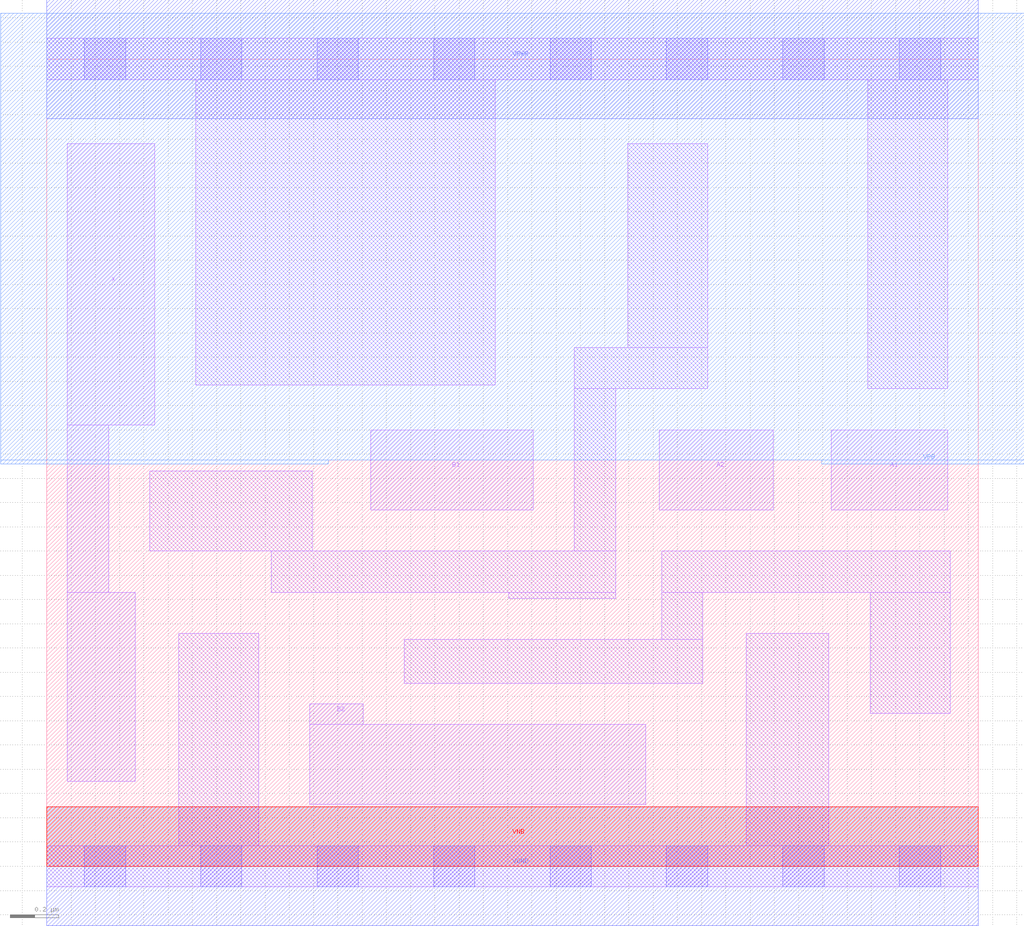
<source format=lef>
# Copyright 2020 The SkyWater PDK Authors
#
# Licensed under the Apache License, Version 2.0 (the "License");
# you may not use this file except in compliance with the License.
# You may obtain a copy of the License at
#
#     https://www.apache.org/licenses/LICENSE-2.0
#
# Unless required by applicable law or agreed to in writing, software
# distributed under the License is distributed on an "AS IS" BASIS,
# WITHOUT WARRANTIES OR CONDITIONS OF ANY KIND, either express or implied.
# See the License for the specific language governing permissions and
# limitations under the License.
#
# SPDX-License-Identifier: Apache-2.0

VERSION 5.7 ;
  NOWIREEXTENSIONATPIN ON ;
  DIVIDERCHAR "/" ;
  BUSBITCHARS "[]" ;
MACRO sky130_fd_sc_ls__o22a_1
  CLASS CORE ;
  FOREIGN sky130_fd_sc_ls__o22a_1 ;
  ORIGIN  0.000000  0.000000 ;
  SIZE  3.840000 BY  3.330000 ;
  SYMMETRY X Y ;
  SITE unit ;
  PIN A1
    ANTENNAGATEAREA  0.246000 ;
    DIRECTION INPUT ;
    USE SIGNAL ;
    PORT
      LAYER li1 ;
        RECT 3.235000 1.470000 3.715000 1.800000 ;
    END
  END A1
  PIN A2
    ANTENNAGATEAREA  0.246000 ;
    DIRECTION INPUT ;
    USE SIGNAL ;
    PORT
      LAYER li1 ;
        RECT 2.525000 1.470000 2.995000 1.800000 ;
    END
  END A2
  PIN B1
    ANTENNAGATEAREA  0.246000 ;
    DIRECTION INPUT ;
    USE SIGNAL ;
    PORT
      LAYER li1 ;
        RECT 1.335000 1.470000 2.005000 1.800000 ;
    END
  END B1
  PIN B2
    ANTENNAGATEAREA  0.246000 ;
    DIRECTION INPUT ;
    USE SIGNAL ;
    PORT
      LAYER li1 ;
        RECT 1.085000 0.255000 2.470000 0.585000 ;
        RECT 1.085000 0.585000 1.305000 0.670000 ;
    END
  END B2
  PIN X
    ANTENNADIFFAREA  0.541300 ;
    DIRECTION OUTPUT ;
    USE SIGNAL ;
    PORT
      LAYER li1 ;
        RECT 0.085000 0.350000 0.365000 1.130000 ;
        RECT 0.085000 1.130000 0.255000 1.820000 ;
        RECT 0.085000 1.820000 0.445000 2.980000 ;
    END
  END X
  PIN VGND
    DIRECTION INOUT ;
    SHAPE ABUTMENT ;
    USE GROUND ;
    PORT
      LAYER met1 ;
        RECT 0.000000 -0.245000 3.840000 0.245000 ;
    END
  END VGND
  PIN VNB
    DIRECTION INOUT ;
    USE GROUND ;
    PORT
      LAYER pwell ;
        RECT 0.000000 0.000000 3.840000 0.245000 ;
    END
  END VNB
  PIN VPB
    DIRECTION INOUT ;
    USE POWER ;
    PORT
      LAYER nwell ;
        RECT -0.190000 1.660000 1.160000 1.675000 ;
        RECT -0.190000 1.675000 4.030000 3.520000 ;
        RECT  3.195000 1.660000 4.030000 1.675000 ;
    END
  END VPB
  PIN VPWR
    DIRECTION INOUT ;
    SHAPE ABUTMENT ;
    USE POWER ;
    PORT
      LAYER met1 ;
        RECT 0.000000 3.085000 3.840000 3.575000 ;
    END
  END VPWR
  OBS
    LAYER li1 ;
      RECT 0.000000 -0.085000 3.840000 0.085000 ;
      RECT 0.000000  3.245000 3.840000 3.415000 ;
      RECT 0.425000  1.300000 1.095000 1.630000 ;
      RECT 0.545000  0.085000 0.875000 0.960000 ;
      RECT 0.615000  1.985000 1.850000 3.245000 ;
      RECT 0.925000  1.130000 2.345000 1.300000 ;
      RECT 1.475000  0.755000 2.705000 0.935000 ;
      RECT 1.905000  1.105000 2.345000 1.130000 ;
      RECT 2.175000  1.300000 2.345000 1.970000 ;
      RECT 2.175000  1.970000 2.725000 2.140000 ;
      RECT 2.395000  2.140000 2.725000 2.980000 ;
      RECT 2.535000  0.935000 2.705000 1.130000 ;
      RECT 2.535000  1.130000 3.725000 1.300000 ;
      RECT 2.885000  0.085000 3.225000 0.960000 ;
      RECT 3.385000  1.970000 3.715000 3.245000 ;
      RECT 3.395000  0.630000 3.725000 1.130000 ;
    LAYER mcon ;
      RECT 0.155000 -0.085000 0.325000 0.085000 ;
      RECT 0.155000  3.245000 0.325000 3.415000 ;
      RECT 0.635000 -0.085000 0.805000 0.085000 ;
      RECT 0.635000  3.245000 0.805000 3.415000 ;
      RECT 1.115000 -0.085000 1.285000 0.085000 ;
      RECT 1.115000  3.245000 1.285000 3.415000 ;
      RECT 1.595000 -0.085000 1.765000 0.085000 ;
      RECT 1.595000  3.245000 1.765000 3.415000 ;
      RECT 2.075000 -0.085000 2.245000 0.085000 ;
      RECT 2.075000  3.245000 2.245000 3.415000 ;
      RECT 2.555000 -0.085000 2.725000 0.085000 ;
      RECT 2.555000  3.245000 2.725000 3.415000 ;
      RECT 3.035000 -0.085000 3.205000 0.085000 ;
      RECT 3.035000  3.245000 3.205000 3.415000 ;
      RECT 3.515000 -0.085000 3.685000 0.085000 ;
      RECT 3.515000  3.245000 3.685000 3.415000 ;
  END
END sky130_fd_sc_ls__o22a_1
END LIBRARY

</source>
